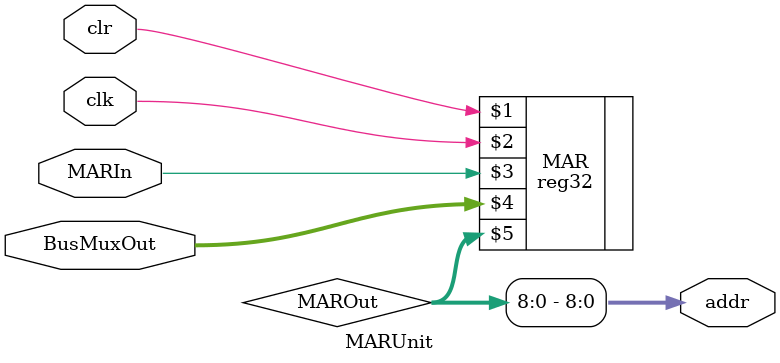
<source format=v>
`timescale 1ns/1ps
module MARUnit(input clk, clr, MARIn,
					input [31:0] BusMuxOut,
					output [8:0] addr);
	wire [31:0] MAROut;
	reg32 MAR(clr,clk, MARIn,BusMuxOut,MAROut);
	assign addr = MAROut[8:0];
endmodule 
</source>
